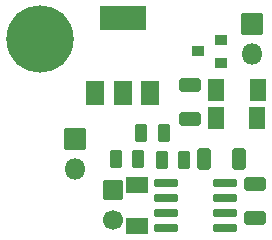
<source format=gts>
%TF.GenerationSoftware,KiCad,Pcbnew,6.0.6-1.fc35*%
%TF.CreationDate,2022-07-22T15:55:32+02:00*%
%TF.ProjectId,NE555_OC,4e453535-355f-44f4-932e-6b696361645f,rev?*%
%TF.SameCoordinates,Original*%
%TF.FileFunction,Soldermask,Top*%
%TF.FilePolarity,Negative*%
%FSLAX46Y46*%
G04 Gerber Fmt 4.6, Leading zero omitted, Abs format (unit mm)*
G04 Created by KiCad (PCBNEW 6.0.6-1.fc35) date 2022-07-22 15:55:32*
%MOMM*%
%LPD*%
G01*
G04 APERTURE LIST*
G04 Aperture macros list*
%AMRoundRect*
0 Rectangle with rounded corners*
0 $1 Rounding radius*
0 $2 $3 $4 $5 $6 $7 $8 $9 X,Y pos of 4 corners*
0 Add a 4 corners polygon primitive as box body*
4,1,4,$2,$3,$4,$5,$6,$7,$8,$9,$2,$3,0*
0 Add four circle primitives for the rounded corners*
1,1,$1+$1,$2,$3*
1,1,$1+$1,$4,$5*
1,1,$1+$1,$6,$7*
1,1,$1+$1,$8,$9*
0 Add four rect primitives between the rounded corners*
20,1,$1+$1,$2,$3,$4,$5,0*
20,1,$1+$1,$4,$5,$6,$7,0*
20,1,$1+$1,$6,$7,$8,$9,0*
20,1,$1+$1,$8,$9,$2,$3,0*%
G04 Aperture macros list end*
%ADD10RoundRect,0.300000X0.250000X0.475000X-0.250000X0.475000X-0.250000X-0.475000X0.250000X-0.475000X0*%
%ADD11RoundRect,0.050000X-0.650000X-0.850000X0.650000X-0.850000X0.650000X0.850000X-0.650000X0.850000X0*%
%ADD12RoundRect,0.300000X-0.250000X-0.475000X0.250000X-0.475000X0.250000X0.475000X-0.250000X0.475000X0*%
%ADD13RoundRect,0.050000X0.850000X-0.650000X0.850000X0.650000X-0.850000X0.650000X-0.850000X-0.650000X0*%
%ADD14RoundRect,0.050000X-0.850000X-0.850000X0.850000X-0.850000X0.850000X0.850000X-0.850000X0.850000X0*%
%ADD15O,1.800000X1.800000*%
%ADD16RoundRect,0.050000X0.450000X0.400000X-0.450000X0.400000X-0.450000X-0.400000X0.450000X-0.400000X0*%
%ADD17RoundRect,0.200000X-0.825000X-0.150000X0.825000X-0.150000X0.825000X0.150000X-0.825000X0.150000X0*%
%ADD18RoundRect,0.300000X-0.625000X0.312500X-0.625000X-0.312500X0.625000X-0.312500X0.625000X0.312500X0*%
%ADD19RoundRect,0.050000X0.750000X-1.000000X0.750000X1.000000X-0.750000X1.000000X-0.750000X-1.000000X0*%
%ADD20RoundRect,0.050000X1.900000X-1.000000X1.900000X1.000000X-1.900000X1.000000X-1.900000X-1.000000X0*%
%ADD21C,5.700000*%
%ADD22RoundRect,0.300000X0.625000X-0.312500X0.625000X0.312500X-0.625000X0.312500X-0.625000X-0.312500X0*%
%ADD23RoundRect,0.300000X0.312500X0.625000X-0.312500X0.625000X-0.312500X-0.625000X0.312500X-0.625000X0*%
%ADD24RoundRect,0.050000X-0.800000X0.800000X-0.800000X-0.800000X0.800000X-0.800000X0.800000X0.800000X0*%
%ADD25C,1.700000*%
G04 APERTURE END LIST*
D10*
%TO.C,C2*%
X59178000Y-90297000D03*
X57278000Y-90297000D03*
%TD*%
D11*
%TO.C,D3*%
X61877000Y-86741000D03*
X65377000Y-86741000D03*
%TD*%
D12*
%TO.C,C1*%
X55565000Y-88011000D03*
X57465000Y-88011000D03*
%TD*%
D13*
%TO.C,D1*%
X55180000Y-95857000D03*
X55180000Y-92357000D03*
%TD*%
D14*
%TO.C,J2*%
X64897000Y-78735000D03*
D15*
X64897000Y-81275000D03*
%TD*%
D14*
%TO.C,J1*%
X49911000Y-88514000D03*
D15*
X49911000Y-91054000D03*
%TD*%
D16*
%TO.C,Q1*%
X62316000Y-82026000D03*
X62316000Y-80126000D03*
X60316000Y-81076000D03*
%TD*%
D17*
%TO.C,U1*%
X57658000Y-92202000D03*
X57658000Y-93472000D03*
X57658000Y-94742000D03*
X57658000Y-96012000D03*
X62608000Y-96012000D03*
X62608000Y-94742000D03*
X62608000Y-93472000D03*
X62608000Y-92202000D03*
%TD*%
D11*
%TO.C,D2*%
X61905000Y-84328000D03*
X65405000Y-84328000D03*
%TD*%
D18*
%TO.C,R2*%
X65152000Y-92263500D03*
X65152000Y-95188500D03*
%TD*%
D19*
%TO.C,U2*%
X51675000Y-84557000D03*
X53975000Y-84557000D03*
D20*
X53975000Y-78257000D03*
D19*
X56275000Y-84557000D03*
%TD*%
D21*
%TO.C,ref1*%
X46990000Y-80010000D03*
%TD*%
D22*
%TO.C,R3*%
X59690000Y-86806500D03*
X59690000Y-83881500D03*
%TD*%
D12*
%TO.C,C3*%
X53406000Y-90170000D03*
X55306000Y-90170000D03*
%TD*%
D23*
%TO.C,R1*%
X63820500Y-90170000D03*
X60895500Y-90170000D03*
%TD*%
D24*
%TO.C,C4*%
X53136800Y-92848421D03*
D25*
X53136800Y-95348421D03*
%TD*%
M02*

</source>
